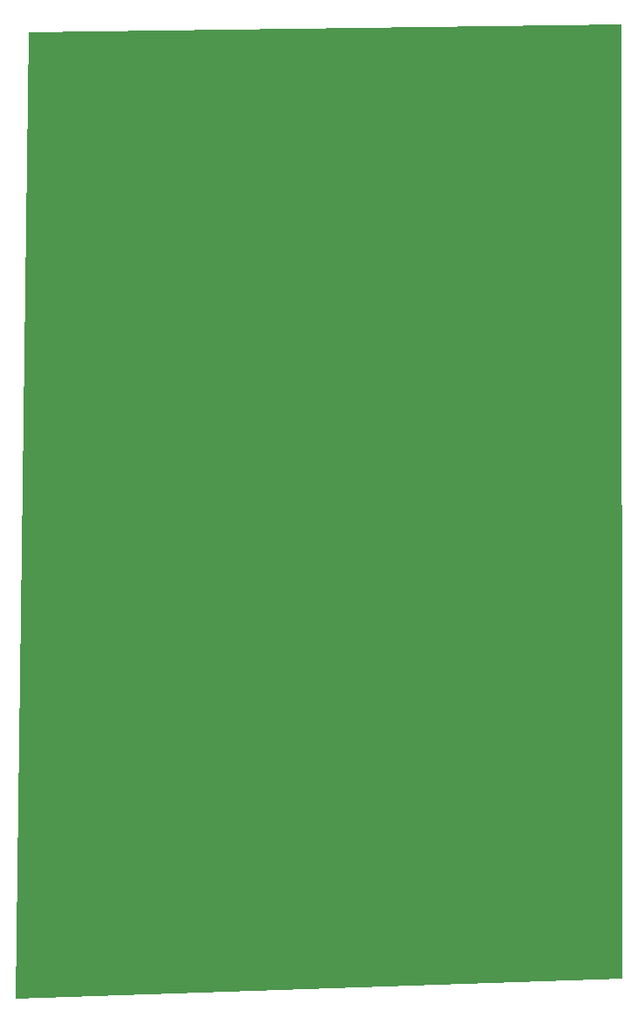
<source format=gbs>
G04 #@! TF.GenerationSoftware,KiCad,Pcbnew,5.1.2*
G04 #@! TF.CreationDate,2019-08-23T20:26:15-07:00*
G04 #@! TF.ProjectId,east-van,65617374-2d76-4616-9e2e-6b696361645f,rev?*
G04 #@! TF.SameCoordinates,PX50f5190PY28b17b0*
G04 #@! TF.FileFunction,Soldermask,Bot*
G04 #@! TF.FilePolarity,Negative*
%FSLAX46Y46*%
G04 Gerber Fmt 4.6, Leading zero omitted, Abs format (unit mm)*
G04 Created by KiCad (PCBNEW 5.1.2) date 2019-08-23 20:26:15*
%MOMM*%
%LPD*%
G04 APERTURE LIST*
%ADD10C,0.100000*%
G04 APERTURE END LIST*
D10*
G36*
X55220000Y-90260000D02*
G01*
X-3710000Y-92210000D01*
X-3709894Y-92202390D01*
X-2400086Y1623862D01*
X-2400086Y1623865D01*
X-2400000Y1630000D01*
X-2394712Y1630070D01*
X-2394710Y1630070D01*
X55153856Y2389919D01*
X55153857Y2389919D01*
X55160000Y2390000D01*
X55220000Y-90260000D01*
X55220000Y-90260000D01*
G37*
M02*

</source>
